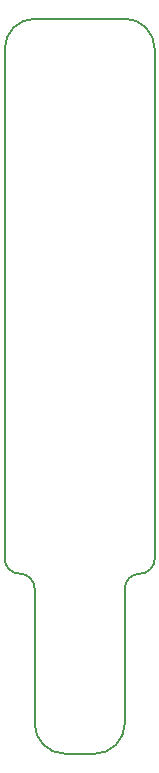
<source format=gko>
G04 #@! TF.GenerationSoftware,KiCad,Pcbnew,(5.1.10)-1*
G04 #@! TF.CreationDate,2021-10-24T19:42:44-07:00*
G04 #@! TF.ProjectId,project,70726f6a-6563-4742-9e6b-696361645f70,rev?*
G04 #@! TF.SameCoordinates,Original*
G04 #@! TF.FileFunction,Profile,NP*
%FSLAX46Y46*%
G04 Gerber Fmt 4.6, Leading zero omitted, Abs format (unit mm)*
G04 Created by KiCad (PCBNEW (5.1.10)-1) date 2021-10-24 19:42:44*
%MOMM*%
%LPD*%
G01*
G04 APERTURE LIST*
G04 #@! TA.AperFunction,Profile*
%ADD10C,0.150000*%
G04 #@! TD*
G04 APERTURE END LIST*
D10*
X196850000Y-38100000D02*
X196850000Y-36830000D01*
X209550000Y-38100000D02*
X209550000Y-36830000D01*
X199390000Y-93980000D02*
X199390000Y-82550000D01*
X204470000Y-96520000D02*
X201930000Y-96520000D01*
X207010000Y-82550000D02*
X207010000Y-93980000D01*
X199390000Y-82550000D02*
G75*
G03*
X198120000Y-81280000I-1270000J0D01*
G01*
X196850000Y-80010000D02*
G75*
G03*
X198120000Y-81280000I1270000J0D01*
G01*
X208280000Y-81280000D02*
G75*
G03*
X207010000Y-82550000I0J-1270000D01*
G01*
X208280000Y-81280000D02*
G75*
G03*
X209550000Y-80010000I0J1270000D01*
G01*
X199390000Y-34290000D02*
X207010000Y-34290000D01*
X196850000Y-80010000D02*
X196850000Y-38100000D01*
X209550000Y-38100000D02*
X209550000Y-80010000D01*
X199390000Y-34290000D02*
G75*
G03*
X196850000Y-36830000I0J-2540000D01*
G01*
X209550000Y-36830000D02*
G75*
G03*
X207010000Y-34290000I-2540000J0D01*
G01*
X204470000Y-96520000D02*
G75*
G03*
X207010000Y-93980000I0J2540000D01*
G01*
X199390000Y-93980000D02*
G75*
G03*
X201930000Y-96520000I2540000J0D01*
G01*
M02*

</source>
